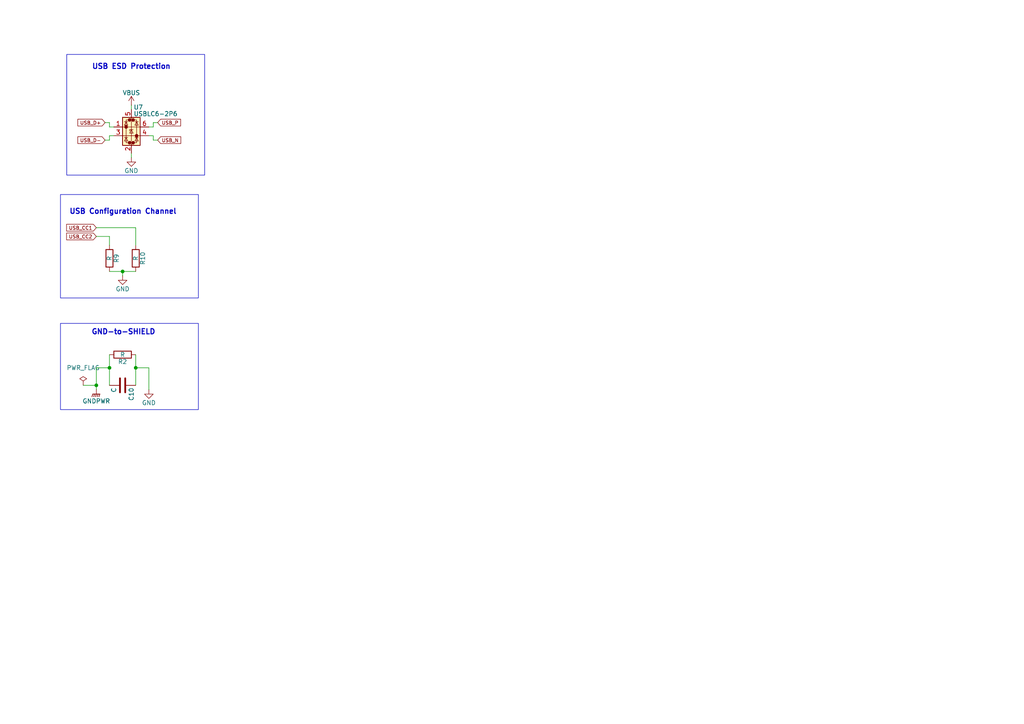
<source format=kicad_sch>
(kicad_sch (version 20231120) (generator "eeschema") (generator_version "8.0")
  (paper "A4")
  (title_block (title "Test1") (date "2024-04-30") (rev "v1") (company "InFlynn Technologies"))
  (lib_symbols
    (symbol "Device:C" (pin_numbers hide) (pin_names (offset 0.254))
      (property "Reference" "C" (at 0.635 2.54 0))
      (property "Value" "C" (at 0.635 -2.54 0))
      (symbol "C_0_1"
        (polyline (pts (xy -2.032 -0.762) (xy 2.032 -0.762)) (stroke (width 0.508)))
        (polyline (pts (xy -2.032 0.762) (xy 2.032 0.762)) (stroke (width 0.508)))
      )
      (symbol "C_1_1"
        (pin passive line (at 0 3.81 270) (length 2.794) (name "~") (number "1"))
        (pin passive line (at 0 -3.81 90) (length 2.794) (name "~") (number "2"))
      )
    )
    (symbol "Device:R" (pin_numbers hide) (pin_names (offset 0))
      (property "Reference" "R" (at 2.032 0 90))
      (property "Value" "R" (at 0 0 90))
      (symbol "R_0_1"
        (rectangle (start -1.016 -2.54) (end 1.016 2.54) (stroke (width 0.254)))
      )
      (symbol "R_1_1"
        (pin passive line (at 0 3.81 270) (length 1.27) (name "~") (number "1"))
        (pin passive line (at 0 -3.81 90) (length 1.27) (name "~") (number "2"))
      )
    )
    (symbol "Power_Protection:USBLC6-2P6" (pin_names hide)
      (property "Reference" "U" (at 0.635 5.715 0))
      (property "Value" "USBLC6-2P6" (at 0.635 3.81 0))
      (symbol "USBLC6-2P6_0_0"
        (circle (center -1.524 0) (radius 0.0001) (stroke (width 0.508)))
        (circle (center -0.508 -4.572) (radius 0.0001) (stroke (width 0.508)))
        (circle (center -0.508 2.032) (radius 0.0001) (stroke (width 0.508)))
        (circle (center 0.508 -4.572) (radius 0.0001) (stroke (width 0.508)))
        (circle (center 0.508 2.032) (radius 0.0001) (stroke (width 0.508)))
        (circle (center 1.524 -2.54) (radius 0.0001) (stroke (width 0.508)))
      )
      (symbol "USBLC6-2P6_0_1"
        (polyline (pts (xy -2.54 -2.54) (xy 2.54 -2.54)))
        (polyline (pts (xy -2.54 0) (xy 2.54 0)))
        (polyline (pts (xy -2.032 -3.048) (xy -1.016 -3.048)))
        (polyline (pts (xy -1.016 1.524) (xy -2.032 1.524)))
        (polyline (pts (xy 1.016 -3.048) (xy 2.032 -3.048)))
        (polyline (pts (xy 1.016 1.524) (xy 2.032 1.524)))
        (polyline (pts (xy -0.508 -1.143) (xy -0.508 -0.762) (xy 0.508 -0.762)))
        (polyline (pts (xy -2.032 0.508) (xy -1.016 0.508) (xy -1.524 1.524) (xy -2.032 0.508)))
        (polyline (pts (xy -1.016 -4.064) (xy -2.032 -4.064) (xy -1.524 -3.048) (xy -1.016 -4.064)))
        (polyline (pts (xy 0.508 -1.778) (xy -0.508 -1.778) (xy 0 -0.762) (xy 0.508 -1.778)))
        (polyline (pts (xy 2.032 -4.064) (xy 1.016 -4.064) (xy 1.524 -3.048) (xy 2.032 -4.064)))
        (polyline (pts (xy 2.032 0.508) (xy 1.016 0.508) (xy 1.524 1.524) (xy 2.032 0.508)))
        (polyline (pts (xy 0 2.54) (xy -0.508 2.032) (xy 0.508 2.032) (xy 0 1.524) (xy 0 -4.064) (xy -0.508 -4.572) (xy 0.508 -4.572) (xy 0 -5.08)))
      )
      (symbol "USBLC6-2P6_1_1"
        (rectangle (start -2.54 2.794) (end 2.54 -5.334) (stroke (width 0.254)) (fill (type background)))
        (polyline (pts (xy -0.508 2.032) (xy -1.524 2.032) (xy -1.524 -4.572) (xy -0.508 -4.572)))
        (polyline (pts (xy 0.508 -4.572) (xy 1.524 -4.572) (xy 1.524 2.032) (xy 0.508 2.032)))
        (pin passive line (at -5.08 0 0) (length 2.54) (name "I/O1") (number "1"))
        (pin passive line (at 0 -7.62 90) (length 2.54) (name "GND") (number "2"))
        (pin passive line (at -5.08 -2.54 0) (length 2.54) (name "I/O2") (number "3"))
        (pin passive line (at 5.08 -2.54 180) (length 2.54) (name "I/O2") (number "4"))
        (pin passive line (at 0 5.08 270) (length 2.54) (name "VBUS") (number "5"))
        (pin passive line (at 5.08 0 180) (length 2.54) (name "I/O1") (number "6"))
      )
    )
    (symbol "power:GND" (power) (pin_numbers hide) (pin_names (offset 0) hide)
      (property "Value" "GND" (at 0 -3.81 0))
      (symbol "GND_0_1"
        (polyline (pts (xy 0 0) (xy 0 -1.27) (xy 1.27 -1.27) (xy 0 -2.54) (xy -1.27 -1.27) (xy 0 -1.27)))
      )
      (symbol "GND_1_1"
        (pin power_in line (at 0 0 270) (length 0) (name "~") (number "1"))
      )
    )
    (symbol "power:GNDPWR" (power) (pin_numbers hide) (pin_names (offset 0) hide)
      (property "Value" "GNDPWR" (at 0 -3.302 0))
      (symbol "GNDPWR_0_1"
        (polyline (pts (xy 0 -1.27) (xy 0 0)))
        (polyline (pts (xy -1.016 -1.27) (xy -1.27 -2.032) (xy -1.27 -2.032)) (stroke (width 0.2032)))
        (polyline (pts (xy -0.508 -1.27) (xy -0.762 -2.032) (xy -0.762 -2.032)) (stroke (width 0.2032)))
        (polyline (pts (xy 0 -1.27) (xy -0.254 -2.032) (xy -0.254 -2.032)) (stroke (width 0.2032)))
        (polyline (pts (xy 0.508 -1.27) (xy 0.254 -2.032) (xy 0.254 -2.032)) (stroke (width 0.2032)))
        (polyline (pts (xy 1.016 -1.27) (xy -1.016 -1.27) (xy -1.016 -1.27)) (stroke (width 0.2032)))
        (polyline (pts (xy 1.016 -1.27) (xy 0.762 -2.032) (xy 0.762 -2.032) (xy 0.762 -2.032)) (stroke (width 0.2032)))
      )
      (symbol "GNDPWR_1_1"
        (pin power_in line (at 0 0 270) (length 0) (name "~") (number "1"))
      )
    )
    (symbol "power:PWR_FLAG" (power) (pin_numbers hide) (pin_names (offset 0) hide)
      (property "Value" "PWR_FLAG" (at 0 3.81 0))
      (symbol "PWR_FLAG_0_0"
        (pin power_out line (at 0 0 90) (length 0) (name "~") (number "1"))
      )
      (symbol "PWR_FLAG_0_1"
        (polyline (pts (xy 0 0) (xy 0 1.27) (xy -1.016 1.905) (xy 0 2.54) (xy 1.016 1.905) (xy 0 1.27)))
      )
    )
    (symbol "power:VBUS" (power) (pin_numbers hide) (pin_names (offset 0) hide)
      (property "Value" "VBUS" (at 0 3.556 0))
      (symbol "VBUS_0_1"
        (polyline (pts (xy -0.762 1.27) (xy 0 2.54)))
        (polyline (pts (xy 0 0) (xy 0 2.54)))
        (polyline (pts (xy 0 2.54) (xy 0.762 1.27)))
      )
      (symbol "VBUS_1_1"
        (pin power_in line (at 0 0 90) (length 0) (name "~") (number "1"))
      )
    )
  )
  (junction (at 39.37 106.68))
  (junction (at 35.56 78.74))
  (junction (at 31.75 106.68))
  (junction (at 27.94 111.76))
  (wire (pts (xy 44.45 40.64) (xy 45.72 40.64)))
  (wire (pts (xy 31.75 102.87) (xy 31.75 106.68)))
  (wire (pts (xy 35.56 78.74) (xy 39.37 78.74)))
  (wire (pts (xy 31.75 36.83) (xy 33.02 36.83)))
  (wire (pts (xy 31.75 68.58) (xy 31.75 71.12)))
  (wire (pts (xy 27.94 111.76) (xy 27.94 113.03)))
  (wire (pts (xy 39.37 106.68) (xy 39.37 111.76)))
  (wire (pts (xy 35.56 78.74) (xy 35.56 80.01)))
  (wire (pts (xy 44.45 40.64) (xy 44.45 39.37)))
  (wire (pts (xy 30.48 35.56) (xy 31.75 35.56)))
  (wire (pts (xy 33.02 39.37) (xy 31.75 39.37)))
  (wire (pts (xy 31.75 106.68) (xy 31.75 111.76)))
  (wire (pts (xy 31.75 39.37) (xy 31.75 40.64)))
  (wire (pts (xy 43.18 106.68) (xy 39.37 106.68)))
  (wire (pts (xy 31.75 40.64) (xy 30.48 40.64)))
  (wire (pts (xy 24.13 111.76) (xy 27.94 111.76)))
  (wire (pts (xy 27.94 68.58) (xy 31.75 68.58)))
  (wire (pts (xy 43.18 106.68) (xy 43.18 113.03)))
  (wire (pts (xy 44.45 35.56) (xy 45.72 35.56)))
  (wire (pts (xy 44.45 39.37) (xy 43.18 39.37)))
  (wire (pts (xy 39.37 66.04) (xy 39.37 71.12)))
  (wire (pts (xy 27.94 66.04) (xy 39.37 66.04)))
  (wire (pts (xy 43.18 36.83) (xy 44.45 36.83)))
  (wire (pts (xy 31.75 35.56) (xy 31.75 36.83)))
  (wire (pts (xy 31.75 106.68) (xy 27.94 106.68)))
  (wire (pts (xy 39.37 102.87) (xy 39.37 106.68)))
  (wire (pts (xy 27.94 106.68) (xy 27.94 111.76)))
  (wire (pts (xy 35.56 78.74) (xy 31.75 78.74)))
  (wire (pts (xy 44.45 36.83) (xy 44.45 35.56)))
  (wire (pts (xy 38.1 44.45) (xy 38.1 45.72)))
  (wire (pts (xy 38.1 30.48) (xy 38.1 31.75)))
  (rectangle (start 17.54 56.42) (end 57.54 86.42))
  (rectangle (start 19.36 15.79) (end 59.36 50.79))
  (rectangle (start 17.54 93.8) (end 57.54 118.8))
  (text "USB ESD Protection" (at 38.1 19.431 0) (effects (font (size 1.5 1.5) (thickness 0.3) (bold yes))))
  (text "USB Configuration Channel" (at 35.687 61.468 0) (effects (font (size 1.5 1.5) (thickness 0.3) (bold yes))))
  (text "GND-to-SHIELD" (at 35.814 96.393 0) (effects (font (size 1.5 1.5) (thickness 0.3) (bold yes))))
  (global_label "USB_P" (shape input) (at 45.72 35.56 0) (effects (font (size 1 1))) (property "Intersheetrefs" "${INTERSHEET_REFS}" (effects (hide yes))))
  (global_label "USB_N" (shape input) (at 45.72 40.64 0) (effects (font (size 1 1))) (property "Intersheetrefs" "${INTERSHEET_REFS}" (effects (hide yes))))
  (global_label "USB_CC2" (shape input) (at 27.94 68.58 180) (effects (font (size 1 1))) (property "Intersheetrefs" "${INTERSHEET_REFS}" (effects (hide yes))))
  (global_label "USB_D+" (shape input) (at 30.48 35.56 180) (effects (font (size 1 1))) (property "Intersheetrefs" "${INTERSHEET_REFS}" (effects (hide yes))))
  (global_label "USB_D-" (shape input) (at 30.48 40.64 180) (effects (font (size 1 1))) (property "Intersheetrefs" "${INTERSHEET_REFS}" (effects (hide yes))))
  (global_label "USB_CC1" (shape input) (at 27.94 66.04 180) (effects (font (size 1 1))) (property "Intersheetrefs" "${INTERSHEET_REFS}" (effects (hide yes))))
  (symbol (lib_id "power:PWR_FLAG") (at 24.13 111.76 0) (unit 1)
    (property "Reference" "#FLG02" (effects (hide yes)))
    (property "Value" "PWR_FLAG" (at 24.13 106.68 0))
    (property "Description" "Special symbol for telling ERC where power comes from" (effects (hide yes)))
  )
  (symbol (lib_id "power:GNDPWR") (at 27.94 113.03 0) (unit 1)
    (property "Reference" "#PWR05" (effects (hide yes)))
    (property "Value" "GNDPWR" (at 27.94 116.332 0))
    (property "Description" "Power symbol creates a global label with name \"GNDPWR\" , global ground" (effects (hide yes)))
  )
  (symbol (lib_id "power:GND") (at 35.56 80.01 0) (unit 1)
    (property "Reference" "#PWR013" (effects (hide yes)))
    (property "Value" "GND" (at 35.56 83.82 0))
    (property "Description" "Power symbol creates a global label with name \"GND\" , ground" (effects (hide yes)))
  )
  (symbol (lib_id "power:GND") (at 43.18 113.03 0) (unit 1)
    (property "Reference" "#PWR015" (effects (hide yes)))
    (property "Value" "GND" (at 43.18 116.84 0))
    (property "Description" "Power symbol creates a global label with name \"GND\" , ground" (effects (hide yes)))
  )
  (symbol (lib_id "Device:R") (at 31.75 74.93 0) (unit 1)
    (property "Reference" "R9" (at 33.782 74.93 90))
    (property "Value" "R" (at 31.75 74.93 90))
    (property "Footprint" "Resistor_SMD:R_0805_2012Metric" (effects (hide yes)))
    (property "Description" "Resistor" (effects (hide yes)))
  )
  (symbol (lib_id "Device:R") (at 35.56 102.87 270) (unit 1)
    (property "Reference" "R2" (at 35.56 104.902 90))
    (property "Value" "R" (at 35.56 102.87 90))
    (property "Footprint" "Resistor_SMD:R_0805_2012Metric" (effects (hide yes)))
    (property "Description" "Resistor" (effects (hide yes)))
  )
  (symbol (lib_id "power:GND") (at 38.1 45.72 0) (unit 1)
    (property "Reference" "#PWR036" (effects (hide yes)))
    (property "Value" "GND" (at 38.1 49.53 0))
    (property "Description" "Power symbol creates a global label with name \"GND\" , ground" (effects (hide yes)))
  )
  (symbol (lib_id "power:VBUS") (at 38.1 30.48 0) (unit 1)
    (property "Reference" "#PWR035" (effects (hide yes)))
    (property "Value" "VBUS" (at 38.1 26.924 0))
    (property "Description" "Power symbol creates a global label with name \"VBUS\"" (effects (hide yes)))
  )
  (symbol (lib_id "Device:C") (at 35.56 111.76 270) (unit 1)
    (property "Reference" "C10" (at 38.1 112.395 0) (effects (justify left)))
    (property "Value" "C" (at 33.02 112.395 0) (effects (justify left)))
    (property "Footprint" "Capacitor_SMD:C_0805_2012Metric" (effects (hide yes)))
    (property "Description" "Unpolarized capacitor" (effects (hide yes)))
  )
  (symbol (lib_id "Power_Protection:USBLC6-2P6") (at 38.1 36.83 0) (unit 1)
    (property "Reference" "U7" (at 38.735 31.115 0) (effects (justify left)))
    (property "Value" "USBLC6-2P6" (at 38.735 33.02 0) (effects (justify left)))
    (property "Footprint" "Package_TO_SOT_SMD:SOT-666" (effects (hide yes)))
    (property "Datasheet" "https://www.st.com/resource/en/datasheet/usblc6-2.pdf" (effects (hide yes)))
    (property "Description" "Very low capacitance ESD protection diode, 2 data-line, SOT-666" (effects (hide yes)))
  )
  (symbol (lib_id "Device:R") (at 39.37 74.93 0) (unit 1)
    (property "Reference" "R10" (at 41.402 74.93 90))
    (property "Value" "R" (at 39.37 74.93 90))
    (property "Footprint" "Resistor_SMD:R_0805_2012Metric" (effects (hide yes)))
    (property "Description" "Resistor" (effects (hide yes)))
  )
)
</source>
